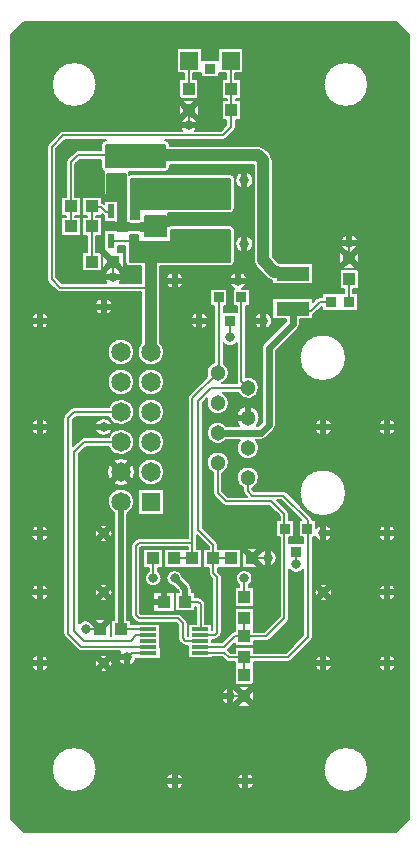
<source format=gbr>
G04 DesignSpark PCB PRO Gerber Version 10.0 Build 5299*
G04 #@! TF.Part,Single*
G04 #@! TF.FileFunction,Copper,L1,Top*
G04 #@! TF.FilePolarity,Positive*
%FSLAX35Y35*%
%MOIN*%
G04 #@! TA.AperFunction,SMDPad,CuDef*
%ADD84R,0.05512X0.01181*%
%ADD78R,0.02362X0.04724*%
%ADD81R,0.03150X0.04528*%
%ADD85R,0.03937X0.04291*%
%ADD79R,0.05500X0.06000*%
%ADD89R,0.03346X0.03346*%
%ADD87R,0.03543X0.03543*%
%ADD90R,0.03740X0.03740*%
%ADD86R,0.05906X0.05906*%
G04 #@! TA.AperFunction,ComponentPad*
%ADD76R,0.06496X0.06496*%
G04 #@! TD.AperFunction*
%ADD28C,0.00500*%
%ADD10C,0.00787*%
%ADD14C,0.01969*%
%ADD73C,0.02000*%
%ADD75C,0.02362*%
G04 #@! TA.AperFunction,ViaPad*
%ADD74C,0.03200*%
G04 #@! TD.AperFunction*
%ADD13C,0.03937*%
G04 #@! TA.AperFunction,ComponentPad*
%ADD83C,0.05130*%
%ADD77C,0.06496*%
G04 #@! TA.AperFunction,SMDPad,CuDef*
%ADD82R,0.04291X0.03937*%
%ADD88R,0.11063X0.04646*%
%ADD80R,0.18898X0.08858*%
G04 #@! TD.AperFunction*
X0Y0D02*
D02*
D10*
X6974Y268984D02*
Y7394D01*
X11331Y3037D01*
X135126D01*
X139482Y7394D01*
Y268984D01*
X135126Y273341D01*
X11331D01*
X6974Y268984D01*
X13542Y59449D02*
G75*
G02*
X19529I2994J0D01*
G01*
G75*
G02*
X13542I-2994J0D01*
G01*
Y83071D02*
G75*
G02*
X19529I2994J0D01*
G01*
G75*
G02*
X13542I-2994J0D01*
G01*
Y102756D02*
G75*
G02*
X19529I2994J0D01*
G01*
G75*
G02*
X13542I-2994J0D01*
G01*
Y138189D02*
G75*
G02*
X19529I2994J0D01*
G01*
G75*
G02*
X13542I-2994J0D01*
G01*
Y173622D02*
G75*
G02*
X19529I2994J0D01*
G01*
G75*
G02*
X13542I-2994J0D01*
G01*
X97315Y192815D02*
X107500D01*
Y185807D01*
X94075D01*
Y186824D01*
G75*
G02*
X92516Y187676I669J3078D01*
G01*
X88720Y191471D01*
G75*
G02*
X87795Y193701I2224J2230D01*
G01*
Y225591D01*
X59843D01*
Y224803D01*
G75*
G02*
X58268Y223228I-1575J0D01*
G01*
X46270D01*
Y222330D01*
G75*
G02*
X46850Y222441I581J-1464D01*
G01*
X79921D01*
G75*
G02*
X81496Y220866I0J-1575D01*
G01*
Y211024D01*
G75*
G02*
X79921Y209449I-1575J0D01*
G01*
X59262D01*
Y205174D01*
G75*
G02*
X59449Y205301I975J-1237D01*
G01*
Y205610D01*
X80709D01*
Y205301D01*
G75*
G02*
X81496Y203937I-787J-1364D01*
G01*
Y193307D01*
G75*
G02*
X79921Y191732I-1575J0D01*
G01*
X56693D01*
Y166303D01*
G75*
G02*
X57972Y163189I-3150J-3114D01*
G01*
G75*
G02*
X49114I-4429J0D01*
G01*
G75*
G02*
X50394Y166303I4430J0D01*
G01*
Y183071D01*
X23231D01*
G75*
G02*
X22115Y183532I-2J1575D01*
G01*
X19359Y186288D01*
G75*
G02*
X18898Y187402I1113J1114D01*
G01*
Y231496D01*
G75*
G02*
X19359Y232609I1575J0D01*
G01*
X23296Y236546D01*
G75*
G02*
X24412Y237008I1114J-1113D01*
G01*
X63886D01*
G75*
G02*
X63412Y240205I2256J1969D01*
G01*
X62780D01*
Y247283D01*
X69504D01*
Y240205D01*
X68872D01*
G75*
G02*
X68397Y237008I-2730J-1228D01*
G01*
X76907D01*
X78740Y238841D01*
Y240417D01*
X77165D01*
Y247071D01*
X78884D01*
Y247417D01*
X77165D01*
Y254071D01*
X78543D01*
Y256102D01*
X76181D01*
Y254724D01*
X70276D01*
Y256102D01*
X67717D01*
Y254071D01*
X69291D01*
Y247417D01*
X62992D01*
Y254071D01*
X64567D01*
Y256102D01*
X62205D01*
Y264370D01*
X70472D01*
Y260630D01*
X75984D01*
Y264370D01*
X84252D01*
Y256102D01*
X81693D01*
Y254071D01*
X83465D01*
Y247417D01*
X81746D01*
Y247071D01*
X83465D01*
Y240417D01*
X81890D01*
Y238189D01*
G75*
G02*
X81428Y237076I-1575J0D01*
G01*
X78672Y234320D01*
G75*
G02*
X77557Y233858I-1114J1113D01*
G01*
X58268D01*
G75*
G02*
X59843Y232283I0J-1575D01*
G01*
Y231890D01*
X89366D01*
G75*
G02*
X91597Y230967I4J-3150D01*
G01*
X93172Y229393D01*
G75*
G02*
X94094Y227165I-2227J-2227D01*
G01*
G75*
G02*
Y227164I-1327J0D01*
G01*
G75*
G02*
Y227161I-1195J-2D01*
G01*
Y195006D01*
X96173Y192926D01*
X97315Y192815D01*
X116535Y190772D02*
X122835D01*
Y184118D01*
X121063D01*
Y182972D01*
X122539D01*
Y176870D01*
X110531D01*
Y178346D01*
X110495D01*
X108062Y175914D01*
G75*
G02*
X107500Y175552I-1114J1113D01*
G01*
Y174114D01*
X103150D01*
Y172441D01*
G75*
G02*
X102457Y170770I-2362J0D01*
G01*
X95276Y163589D01*
Y138976D01*
G75*
G02*
X94583Y137305I-2362J0D01*
G01*
X91868Y134591D01*
G75*
G02*
X90197Y133898I-1671J1669D01*
G01*
X88487D01*
G75*
G02*
X89573Y131260I-2660J-2638D01*
G01*
G75*
G02*
X82081I-3746J0D01*
G01*
G75*
G02*
X83167Y133898I3746J0D01*
G01*
X78734D01*
G75*
G02*
X72081Y136260I-2907J2362D01*
G01*
G75*
G02*
X78734Y138622I3746J0D01*
G01*
X82875D01*
G75*
G02*
X81868Y141260I2952J2637D01*
G01*
G75*
G02*
X89785I3959J0D01*
G01*
G75*
G02*
X88779Y138622I-3959J0D01*
G01*
X89219D01*
X90551Y139955D01*
Y164567D01*
G75*
G02*
X91244Y166238I2362J0D01*
G01*
X98425Y173419D01*
Y174114D01*
X94075D01*
Y181122D01*
X107500D01*
Y179806D01*
X108729Y181035D01*
G75*
G02*
X109845Y181496I1114J-1113D01*
G01*
X110531D01*
Y182972D01*
X117913D01*
Y184118D01*
X116535D01*
Y190772D01*
X103051Y116256D02*
G75*
G02*
X118602I7776J0D01*
G01*
G75*
G02*
X103051I-7776J0D01*
G01*
Y161264D02*
G75*
G02*
X118602I7776J0D01*
G01*
G75*
G02*
X103051I-7776J0D01*
G01*
X108030Y138189D02*
G75*
G02*
X114017I2994J0D01*
G01*
G75*
G02*
X108030I-2994J0D01*
G01*
X108563Y104461D02*
G75*
G02*
X114017Y102756I2461J-1705D01*
G01*
G75*
G02*
X108317Y101476I-2994J0D01*
G01*
X107480D01*
Y68110D01*
G75*
G02*
X107018Y66995I-1575J0D01*
G01*
X100351Y60329D01*
G75*
G02*
X99236Y59866I-1115J1112D01*
G01*
X87795D01*
Y52122D01*
X81496D01*
Y59843D01*
X79530D01*
G75*
G02*
X78414Y60304I-2J1575D01*
G01*
X77320Y61397D01*
X73941D01*
Y61201D01*
X66067D01*
Y65334D01*
X64983D01*
G75*
G02*
X63867Y65796I-2J1575D01*
G01*
X63060Y66603D01*
G75*
G02*
X62598Y67717I1113J1114D01*
G01*
Y72182D01*
X61946Y72835D01*
X49609D01*
G75*
G02*
X48493Y73296I-2J1575D01*
G01*
X47312Y74477D01*
G75*
G02*
X46850Y75591I1113J1114D01*
G01*
Y98425D01*
G75*
G02*
X47312Y99539I1575J0D01*
G01*
X48493Y100720D01*
G75*
G02*
X49609Y101181I1114J-1113D01*
G01*
X65791D01*
Y147799D01*
G75*
G02*
X66253Y148913I1575J0D01*
G01*
X72310Y154970D01*
G75*
G02*
X74606Y159802I3517J1290D01*
G01*
Y178642D01*
X73327D01*
Y184350D01*
X79035D01*
Y178642D01*
X77756D01*
Y176689D01*
X82087D01*
Y178642D01*
X80807D01*
Y184350D01*
X81299D01*
G75*
G02*
X79683Y187008I1378J2657D01*
G01*
G75*
G02*
X85671I2994J0D01*
G01*
G75*
G02*
X84056Y184350I-2994J0D01*
G01*
X86516D01*
Y178642D01*
X85236D01*
Y154959D01*
G75*
G02*
X89573Y151260I591J-3699D01*
G01*
G75*
G02*
X82465Y149606I-3746J0D01*
G01*
X77510D01*
G75*
G02*
X79573Y146260I-1683J-3346D01*
G01*
G75*
G02*
X72081I-3746J0D01*
G01*
G75*
G02*
X72369Y147701I3746J0D01*
G01*
X70866Y146198D01*
Y104589D01*
X75480Y99976D01*
G75*
G02*
X75941Y98862I-1113J-1114D01*
G01*
Y97638D01*
X83685D01*
Y91339D01*
X75984D01*
Y90022D01*
X76704Y89302D01*
G75*
G02*
X77165Y88189I-1113J-1114D01*
G01*
Y69685D01*
G75*
G02*
X76704Y68572I-1575J0D01*
G01*
X75896Y67764D01*
G75*
G02*
X74781Y67303I-1114J1113D01*
G01*
X73941D01*
Y66515D01*
X77280D01*
X80383Y69617D01*
G75*
G02*
X81496Y70079I1114J-1113D01*
G01*
Y77760D01*
X87795D01*
Y70016D01*
X91410D01*
X96457Y75062D01*
Y101476D01*
X95374D01*
Y107185D01*
X96457D01*
Y108403D01*
X93048Y111811D01*
X78743D01*
G75*
G02*
X77627Y112272I-2J1575D01*
G01*
X74713Y115186D01*
G75*
G02*
X74252Y116299I1113J1114D01*
G01*
Y122861D01*
G75*
G02*
X72081Y126260I1575J3399D01*
G01*
G75*
G02*
X79573I3746J0D01*
G01*
G75*
G02*
X77402Y122861I-3746J0D01*
G01*
Y116952D01*
X79393Y114961D01*
X85568D01*
X84713Y115816D01*
G75*
G02*
X84252Y116929I1113J1114D01*
G01*
Y117861D01*
G75*
G02*
X82081Y121260I1575J3399D01*
G01*
G75*
G02*
X89573I3746J0D01*
G01*
G75*
G02*
X87402Y117861I-3746J0D01*
G01*
Y117581D01*
X88054Y116929D01*
X97635D01*
G75*
G02*
X98751Y116468I2J-1575D01*
G01*
X107019Y108200D01*
G75*
G02*
X107477Y107185I-1113J-1114D01*
G01*
X108563D01*
Y104461D01*
X108030Y59449D02*
G75*
G02*
X114017I2994J0D01*
G01*
G75*
G02*
X108030I-2994J0D01*
G01*
X111024Y24016D02*
G75*
G02*
X125984I7480J0D01*
G01*
G75*
G02*
X111024I-7480J0D01*
G01*
X108030Y83071D02*
G75*
G02*
X114017I2994J0D01*
G01*
G75*
G02*
X108030I-2994J0D01*
G01*
X81283Y51988D02*
X88008D01*
Y44909D01*
X81283D01*
Y45759D01*
G75*
G02*
X76928Y48425I-1362J2666D01*
G01*
G75*
G02*
X81283Y51091I2994J0D01*
G01*
Y51988D01*
X82046Y20079D02*
G75*
G02*
X88033I2994J0D01*
G01*
G75*
G02*
X82046I-2994J0D01*
G01*
X58424D02*
G75*
G02*
X64411I2994J0D01*
G01*
G75*
G02*
X58424I-2994J0D01*
G01*
X86220Y84760D02*
X87795D01*
Y78106D01*
X81496D01*
Y84760D01*
X83071D01*
Y85503D01*
G75*
G02*
X81865Y87795I1575J2292D01*
G01*
G75*
G02*
X87427I2781J0D01*
G01*
G75*
G02*
X86220Y85503I-2781J0D01*
G01*
Y84760D01*
X90898Y97004D02*
G75*
G02*
X95513Y94488I1622J-2516D01*
G01*
G75*
G02*
X90898Y91972I-2994J0D01*
G01*
Y91126D01*
X83819D01*
Y97850D01*
X90898D01*
Y97004D01*
X87951Y173622D02*
G75*
G02*
X93939I2994J0D01*
G01*
G75*
G02*
X87951I-2994J0D01*
G01*
X81652Y199213D02*
G75*
G02*
X87639I2994J0D01*
G01*
G75*
G02*
X81652I-2994J0D01*
G01*
Y220472D02*
G75*
G02*
X87639I2994J0D01*
G01*
G75*
G02*
X81652I-2994J0D01*
G01*
X58424Y187008D02*
G75*
G02*
X64411I2994J0D01*
G01*
G75*
G02*
X58424I-2994J0D01*
G01*
X66691Y173622D02*
G75*
G02*
X72679I2994J0D01*
G01*
G75*
G02*
X66691I-2994J0D01*
G01*
X56618Y64957D02*
X56831D01*
Y60988D01*
X48632D01*
G75*
G02*
X42676Y61417I-2963J429D01*
G01*
G75*
G02*
X43396Y63366I2994J0D01*
G01*
X36952D01*
G75*
G02*
X36682Y63386I-19J1574D01*
G01*
X30317D01*
G75*
G02*
X29202Y63847I-2J1575D01*
G01*
X24871Y68178D01*
G75*
G02*
X24409Y69291I1113J1114D01*
G01*
Y141339D01*
G75*
G02*
X24871Y142452I1575J0D01*
G01*
X26721Y144302D01*
G75*
G02*
X27837Y144764I1114J-1113D01*
G01*
X39404D01*
G75*
G02*
X47972Y143189I4140J-1575D01*
G01*
G75*
G02*
X39404Y141614I-4429J0D01*
G01*
X28487D01*
X27559Y140686D01*
Y131755D01*
X30107Y134302D01*
G75*
G02*
X31223Y134764I1114J-1113D01*
G01*
X39404D01*
G75*
G02*
X47972Y133189I4140J-1575D01*
G01*
G75*
G02*
X39404Y131614I-4429J0D01*
G01*
X31873D01*
X29528Y129269D01*
Y72705D01*
G75*
G02*
X33118Y73596I2362J-1839D01*
G01*
Y74209D01*
X40197D01*
Y68484D01*
X40331D01*
Y73996D01*
X41378D01*
Y109325D01*
G75*
G02*
X39114Y113189I2165J3864D01*
G01*
G75*
G02*
X47972I4429J0D01*
G01*
G75*
G02*
X45709Y109325I-4429J0D01*
G01*
Y73996D01*
X46984D01*
Y72421D01*
X48744D01*
Y72618D01*
X56618D01*
Y64957D01*
X34802Y138189D02*
G75*
G02*
X40789I2994J0D01*
G01*
G75*
G02*
X34802I-2994J0D01*
G01*
Y83071D02*
G75*
G02*
X40789I2994J0D01*
G01*
G75*
G02*
X34802I-2994J0D01*
G01*
Y102756D02*
G75*
G02*
X40789I2994J0D01*
G01*
G75*
G02*
X34802I-2994J0D01*
G01*
X38902Y123189D02*
G75*
G02*
X48185I4642J0D01*
G01*
G75*
G02*
X38902I-4642J0D01*
G01*
X34802Y59449D02*
G75*
G02*
X40789I2994J0D01*
G01*
G75*
G02*
X34802I-2994J0D01*
G01*
Y178346D02*
G75*
G02*
X40789I2994J0D01*
G01*
G75*
G02*
X34802I-2994J0D01*
G01*
X39114Y153189D02*
G75*
G02*
X47972I4429J0D01*
G01*
G75*
G02*
X39114I-4429J0D01*
G01*
Y163189D02*
G75*
G02*
X47972I4429J0D01*
G01*
G75*
G02*
X39114I-4429J0D01*
G01*
X49114Y117618D02*
X57972D01*
Y108760D01*
X49114D01*
Y117618D01*
Y123189D02*
G75*
G02*
X57972I4429J0D01*
G01*
G75*
G02*
X49114I-4429J0D01*
G01*
Y133189D02*
G75*
G02*
X57972I4429J0D01*
G01*
G75*
G02*
X49114I-4429J0D01*
G01*
Y143189D02*
G75*
G02*
X57972I4429J0D01*
G01*
G75*
G02*
X49114I-4429J0D01*
G01*
Y153189D02*
G75*
G02*
X57972I4429J0D01*
G01*
G75*
G02*
X49114I-4429J0D01*
G01*
X20472Y24016D02*
G75*
G02*
X35433I7480J0D01*
G01*
G75*
G02*
X20472I-7480J0D01*
G01*
Y252362D02*
G75*
G02*
X35433I7480J0D01*
G01*
G75*
G02*
X20472I-7480J0D01*
G01*
X111024D02*
G75*
G02*
X125984I7480J0D01*
G01*
G75*
G02*
X111024I-7480J0D01*
G01*
X122201Y197984D02*
X123047D01*
Y190906D01*
X116323D01*
Y197984D01*
X117169D01*
G75*
G02*
X116691Y199606I2516J1622D01*
G01*
G75*
G02*
X122679I2994J0D01*
G01*
G75*
G02*
X122201Y197984I-2994J0D01*
G01*
X129290Y59449D02*
G75*
G02*
X135277I2994J0D01*
G01*
G75*
G02*
X129290I-2994J0D01*
G01*
Y83071D02*
G75*
G02*
X135277I2994J0D01*
G01*
G75*
G02*
X129290I-2994J0D01*
G01*
Y102756D02*
G75*
G02*
X135277I2994J0D01*
G01*
G75*
G02*
X129290I-2994J0D01*
G01*
Y138189D02*
G75*
G02*
X135277I2994J0D01*
G01*
G75*
G02*
X129290I-2994J0D01*
G01*
X7368Y20079D02*
G36*
X7368Y20079D02*
Y7000D01*
X10937Y3431D01*
X135519D01*
X139089Y7000D01*
Y20079D01*
X124864D01*
G75*
G02*
X112144I-6360J3937D01*
G01*
X88033D01*
G75*
G02*
X82046I-2994J0D01*
G01*
X64411D01*
G75*
G02*
X58424I-2994J0D01*
G01*
X34313D01*
G75*
G02*
X21593I-6360J3937D01*
G01*
X7368D01*
G37*
Y24016D02*
G36*
X7368Y24016D02*
Y20079D01*
X21593D01*
G75*
G02*
X20472Y24016I6361J3937D01*
G01*
X7368D01*
G37*
X35433D02*
G36*
X35433Y24016D02*
G75*
G02*
X34313Y20079I-7481J0D01*
G01*
X58424D01*
G75*
G02*
X64411I2994J0D01*
G01*
X82046D01*
G75*
G02*
X88033I2994J0D01*
G01*
X112144D01*
G75*
G02*
X111024Y24016I6361J3937D01*
G01*
X35433D01*
G37*
X125984D02*
G36*
X125984Y24016D02*
G75*
G02*
X124864Y20079I-7481J0D01*
G01*
X139089D01*
Y24016D01*
X125984D01*
G37*
X7368Y48449D02*
G36*
X7368Y48449D02*
Y24016D01*
X20472D01*
G75*
G02*
X35433I7480J0D01*
G01*
X111024D01*
G75*
G02*
X125984I7480J0D01*
G01*
X139089D01*
Y48449D01*
X88008D01*
Y44909D01*
X81283D01*
Y45759D01*
G75*
G02*
X76928Y48425I-1362J2666D01*
G01*
G75*
G02*
Y48449I3001J12D01*
G01*
X7368D01*
G37*
Y59449D02*
G36*
X7368Y59449D02*
Y48449D01*
X76928D01*
G75*
G02*
X81283Y51091I2994J-24D01*
G01*
Y51988D01*
X88008D01*
Y48449D01*
X139089D01*
Y59449D01*
X135277D01*
G75*
G02*
X129290I-2994J0D01*
G01*
X114017D01*
G75*
G02*
X108030I-2994J0D01*
G01*
X87795D01*
Y52122D01*
X81496D01*
Y59449D01*
X47924D01*
G75*
G02*
X43414I-2255J1969D01*
G01*
X40789D01*
G75*
G02*
X34802I-2994J0D01*
G01*
X19529D01*
G75*
G02*
X13542I-2994J0D01*
G01*
X7368D01*
G37*
Y83071D02*
G36*
X7368Y83071D02*
Y59449D01*
X13542D01*
G75*
G02*
X19529I2994J0D01*
G01*
X34802D01*
G75*
G02*
X40789I2994J0D01*
G01*
X43414D01*
G75*
G02*
X42676Y61417I2256J1969D01*
G01*
Y61418D01*
G75*
G02*
X43396Y63366I2993J0D01*
G01*
X36952D01*
G75*
G02*
X36682Y63386I-17J1596D01*
G01*
X30317D01*
G75*
G02*
X29202Y63847I-2J1576D01*
G01*
X24871Y68178D01*
G75*
G02*
X24409Y69291I1114J1114D01*
G01*
Y83071D01*
X19529D01*
G75*
G02*
X13542I-2994J0D01*
G01*
X7368D01*
G37*
X29528D02*
G36*
X29528Y83071D02*
Y72705D01*
G75*
G02*
X33118Y73596I2362J-1839D01*
G01*
Y74209D01*
X40197D01*
Y68484D01*
X40331D01*
Y73996D01*
X41378D01*
Y83071D01*
X40789D01*
G75*
G02*
X34802I-2994J0D01*
G01*
X29528D01*
G37*
X45709D02*
G36*
X45709Y83071D02*
Y73996D01*
X46984D01*
Y72421D01*
X48744D01*
Y72618D01*
X56618D01*
Y64957D01*
X56831D01*
Y60988D01*
X48632D01*
G75*
G02*
X47924Y59449I-2963J430D01*
G01*
X81496D01*
Y59843D01*
X79530D01*
G75*
G02*
X78414Y60304I-2J1576D01*
G01*
X77320Y61397D01*
X73941D01*
Y61201D01*
X66067D01*
Y65334D01*
X64983D01*
G75*
G02*
X63867Y65796I-2J1576D01*
G01*
X63060Y66603D01*
G75*
G02*
X62598Y67717I1114J1114D01*
G01*
Y72182D01*
X61946Y72835D01*
X49609D01*
G75*
G02*
X48493Y73296I-2J1576D01*
G01*
X47312Y74477D01*
G75*
G02*
X46850Y75591I1114J1114D01*
G01*
Y83071D01*
X45709D01*
G37*
X73941Y67303D02*
G36*
X73941Y67303D02*
Y66515D01*
X77280D01*
X80383Y69617D01*
G75*
G02*
X81496Y70079I1114J-1114D01*
G01*
Y77760D01*
X87795D01*
Y70016D01*
X91410D01*
X96457Y75062D01*
Y83071D01*
X87795D01*
Y78106D01*
X81496D01*
Y83071D01*
X77165D01*
Y69685D01*
G75*
G02*
X76704Y68572I-1575J0D01*
G01*
X75896Y67764D01*
G75*
G02*
X74781Y67303I-1114J1115D01*
G01*
X73941D01*
G37*
X87795Y59866D02*
G36*
X87795Y59866D02*
Y59449D01*
X108030D01*
G75*
G02*
X114017I2994J0D01*
G01*
X129290D01*
G75*
G02*
X135277I2994J0D01*
G01*
X139089D01*
Y83071D01*
X135277D01*
G75*
G02*
X129290I-2994J0D01*
G01*
X114017D01*
G75*
G02*
X108030I-2994J0D01*
G01*
X107480D01*
Y68110D01*
G75*
G02*
Y68109I-1805J0D01*
G01*
G75*
G02*
X107018Y66995I-1573J0D01*
G01*
X100351Y60329D01*
G75*
G02*
X99236Y59866I-1114J1111D01*
G01*
X87795D01*
G37*
X7368Y94488D02*
G36*
X7368Y94488D02*
Y83071D01*
X13542D01*
G75*
G02*
X19529I2994J0D01*
G01*
X24409D01*
Y94488D01*
X7368D01*
G37*
X29528D02*
G36*
X29528Y94488D02*
Y83071D01*
X34802D01*
G75*
G02*
X40789I2994J0D01*
G01*
X41378D01*
Y94488D01*
X29528D01*
G37*
X45709D02*
G36*
X45709Y94488D02*
Y83071D01*
X46850D01*
Y94488D01*
X45709D01*
G37*
X75984Y91339D02*
G36*
X75984Y91339D02*
Y90022D01*
X76704Y89302D01*
G75*
G02*
X77165Y88189I-1114J-1114D01*
G01*
Y83071D01*
X81496D01*
Y84760D01*
X83071D01*
Y85503D01*
G75*
G02*
X81865Y87795I1576J2293D01*
G01*
G75*
G02*
X87427I2781J0D01*
G01*
G75*
G02*
X86220Y85503I-2782J1D01*
G01*
Y84760D01*
X87795D01*
Y83071D01*
X96457D01*
Y94488D01*
X95513D01*
G75*
G02*
X90898Y91972I-2994J0D01*
G01*
Y91126D01*
X83819D01*
Y94488D01*
X83685D01*
Y91339D01*
X75984D01*
G37*
X107480Y94488D02*
G36*
X107480Y94488D02*
Y83071D01*
X108030D01*
G75*
G02*
X114017I2994J0D01*
G01*
X129290D01*
G75*
G02*
X135277I2994J0D01*
G01*
X139089D01*
Y94488D01*
X107480D01*
G37*
X7368Y102756D02*
G36*
X7368Y102756D02*
Y94488D01*
X24409D01*
Y102756D01*
X19529D01*
G75*
G02*
X13542I-2994J0D01*
G01*
X7368D01*
G37*
X29528D02*
G36*
X29528Y102756D02*
Y94488D01*
X41378D01*
Y102756D01*
X40789D01*
G75*
G02*
X34802I-2994J0D01*
G01*
X29528D01*
G37*
X45709D02*
G36*
X45709Y102756D02*
Y94488D01*
X46850D01*
Y98425D01*
G75*
G02*
X47312Y99539I1575J0D01*
G01*
X48493Y100720D01*
G75*
G02*
X49609Y101181I1114J-1115D01*
G01*
X65791D01*
Y102756D01*
X45709D01*
G37*
X72700D02*
G36*
X72700Y102756D02*
X75480Y99976D01*
G75*
G02*
X75941Y98862I-1114J-1114D01*
G01*
Y97638D01*
X83685D01*
Y94488D01*
X83819D01*
Y97850D01*
X90898D01*
Y97004D01*
G75*
G02*
X95513Y94488I1622J-2517D01*
G01*
X96457D01*
Y101476D01*
X95374D01*
Y102756D01*
X72700D01*
G37*
X107480Y101476D02*
G36*
X107480Y101476D02*
Y94488D01*
X139089D01*
Y102756D01*
X135277D01*
G75*
G02*
X129290I-2994J0D01*
G01*
X114017D01*
G75*
G02*
X108317Y101476I-2994J0D01*
G01*
X107480D01*
G37*
X7368Y116256D02*
G36*
X7368Y116256D02*
Y102756D01*
X13542D01*
G75*
G02*
X19529I2994J0D01*
G01*
X24409D01*
Y116256D01*
X7368D01*
G37*
X29528D02*
G36*
X29528Y116256D02*
Y102756D01*
X34802D01*
G75*
G02*
X40789I2994J0D01*
G01*
X41378D01*
Y109325D01*
G75*
G02*
X39114Y113189I2165J3863D01*
G01*
Y113189D01*
G75*
G02*
X40348Y116256I4429J0D01*
G01*
X29528D01*
G37*
X45709Y109325D02*
G36*
X45709Y109325D02*
Y102756D01*
X65791D01*
Y116256D01*
X57972D01*
Y108760D01*
X49114D01*
Y116256D01*
X46739D01*
G75*
G02*
X47972Y113189I-3196J-3067D01*
G01*
Y113189D01*
G75*
G02*
X45709Y109325I-4429J0D01*
G01*
G37*
X70866Y116256D02*
G36*
X70866Y116256D02*
Y104589D01*
X72700Y102756D01*
X95374D01*
Y107185D01*
X96457D01*
Y108403D01*
X93048Y111811D01*
X78743D01*
G75*
G02*
X77627Y112272I-2J1576D01*
G01*
X74713Y115186D01*
G75*
G02*
X74253Y116256I1114J1114D01*
G01*
X70866D01*
G37*
X78097D02*
G36*
X78097Y116256D02*
X79393Y114961D01*
X85568D01*
X84713Y115816D01*
G75*
G02*
X84403Y116256I1114J1114D01*
G01*
X78097D01*
G37*
X103051D02*
G36*
X103051Y116256D02*
X98963D01*
X107019Y108200D01*
G75*
G02*
X107477Y107185I-1111J-1113D01*
G01*
X108563D01*
Y104461D01*
G75*
G02*
X114017Y102756I2461J-1705D01*
G01*
Y102756D01*
X129290D01*
G75*
G02*
X135277I2994J0D01*
G01*
X139089D01*
Y116256D01*
X118602D01*
G75*
G02*
X103051I-7776J0D01*
G01*
G37*
X7368Y123189D02*
G36*
X7368Y123189D02*
Y116256D01*
X24409D01*
Y123189D01*
X7368D01*
G37*
X29528D02*
G36*
X29528Y123189D02*
Y116256D01*
X40348D01*
G75*
G02*
X46739I3196J-3067D01*
G01*
X49114D01*
Y117618D01*
X57972D01*
Y116256D01*
X65791D01*
Y123189D01*
X57972D01*
G75*
G02*
X49114I-4429J0D01*
G01*
X48185D01*
G75*
G02*
X38902I-4642J0D01*
G01*
X29528D01*
G37*
X70866D02*
G36*
X70866Y123189D02*
Y116256D01*
X74253D01*
G75*
G02*
X74252Y116299I1575J50D01*
G01*
Y122861D01*
G75*
G02*
X73681Y123189I1574J3398D01*
G01*
X70866D01*
G37*
X77402Y122861D02*
G36*
X77402Y122861D02*
Y116952D01*
X78097Y116256D01*
X84403D01*
G75*
G02*
X84252Y116929I1424J673D01*
G01*
Y117861D01*
G75*
G02*
X82081Y121259I1574J3398D01*
G01*
Y121260D01*
G75*
G02*
X82616Y123189I3746J0D01*
G01*
X77972D01*
G75*
G02*
X77402Y122861I-2144J3070D01*
G01*
G37*
X87402Y117861D02*
G36*
X87402Y117861D02*
Y117581D01*
X88054Y116929D01*
X97635D01*
G75*
G02*
X98751Y116468I2J-1576D01*
G01*
X98963Y116256D01*
X103051D01*
G75*
G02*
X107307Y123189I7776J0D01*
G01*
X89038D01*
G75*
G02*
X89573Y121260I-3211J-1930D01*
G01*
Y121259D01*
G75*
G02*
X87402Y117861I-3745J0D01*
G01*
G37*
X114347Y123189D02*
G36*
X114347Y123189D02*
G75*
G02*
X118602Y116256I-3520J-6933D01*
G01*
X139089D01*
Y123189D01*
X114347D01*
G37*
X7368Y133189D02*
G36*
X7368Y133189D02*
Y123189D01*
X24409D01*
Y133189D01*
X7368D01*
G37*
X27559D02*
G36*
X27559Y133189D02*
Y131755D01*
X28994Y133189D01*
X27559D01*
G37*
X29528Y129269D02*
G36*
X29528Y129269D02*
Y123189D01*
X38902D01*
G75*
G02*
X48185I4642J0D01*
G01*
X49114D01*
G75*
G02*
X57972I4429J0D01*
G01*
X65791D01*
Y133189D01*
X57972D01*
G75*
G02*
X49114I-4429J0D01*
G01*
X47972D01*
G75*
G02*
X39404Y131614I-4429J0D01*
G01*
X31873D01*
X29528Y129269D01*
G37*
X70866Y133189D02*
G36*
X70866Y133189D02*
Y123189D01*
X73681D01*
G75*
G02*
X72081Y126259I2144J3070D01*
G01*
Y126260D01*
G75*
G02*
X79573I3746J0D01*
G01*
Y126259D01*
G75*
G02*
X77972Y123189I-3745J0D01*
G01*
X82616D01*
G75*
G02*
X89038I3211J-1929D01*
G01*
X107307D01*
G75*
G02*
X114347I3520J-6933D01*
G01*
X139089D01*
Y133189D01*
X89038D01*
G75*
G02*
X89573Y131260I-3212J-1930D01*
G01*
G75*
G02*
X82081I-3746J0D01*
G01*
G75*
G02*
X82616Y133189I3747J0D01*
G01*
X77972D01*
G75*
G02*
X73681I-2146J3071D01*
G01*
X70866D01*
G37*
X7368Y138189D02*
G36*
X7368Y138189D02*
Y133189D01*
X24409D01*
Y138189D01*
X19529D01*
G75*
G02*
X13542I-2994J0D01*
G01*
X7368D01*
G37*
X27559D02*
G36*
X27559Y138189D02*
Y133189D01*
X28994D01*
X30107Y134302D01*
G75*
G02*
X31223Y134764I1114J-1115D01*
G01*
X39404D01*
G75*
G02*
X47972Y133189I4140J-1575D01*
G01*
X49114D01*
G75*
G02*
X57972I4429J0D01*
G01*
X65791D01*
Y138189D01*
X40789D01*
G75*
G02*
X34802I-2994J0D01*
G01*
X27559D01*
G37*
X70866D02*
G36*
X70866Y138189D02*
Y133189D01*
X73681D01*
G75*
G02*
X72081Y136260I2146J3071D01*
G01*
G75*
G02*
X72616Y138189I3746J0D01*
G01*
X70866D01*
G37*
X78734Y133898D02*
G36*
X78734Y133898D02*
G75*
G02*
X77972Y133189I-2907J2362D01*
G01*
X82616D01*
G75*
G02*
X83167Y133898I3212J-1930D01*
G01*
X78734D01*
G37*
X88487D02*
G36*
X88487Y133898D02*
G75*
G02*
X89038Y133189I-2661J-2638D01*
G01*
X139089D01*
Y138189D01*
X135277D01*
G75*
G02*
X129290I-2994J0D01*
G01*
X114017D01*
G75*
G02*
X108030I-2994J0D01*
G01*
X95141D01*
G75*
G02*
X94583Y137305I-2224J786D01*
G01*
X91868Y134591D01*
G75*
G02*
X90197Y133898I-1672J1671D01*
G01*
X88487D01*
G37*
X7368Y143189D02*
G36*
X7368Y143189D02*
Y138189D01*
X13542D01*
G75*
G02*
X19529I2994J0D01*
G01*
X24409D01*
Y141339D01*
G75*
G02*
X24871Y142452I1575J0D01*
G01*
X25608Y143189D01*
X7368D01*
G37*
X27559Y140686D02*
G36*
X27559Y140686D02*
Y138189D01*
X34802D01*
G75*
G02*
X40789I2994J0D01*
G01*
X65791D01*
Y143189D01*
X57972D01*
G75*
G02*
X49114I-4429J0D01*
G01*
X47972D01*
G75*
G02*
X39404Y141614I-4429J0D01*
G01*
X28487D01*
X27559Y140686D01*
G37*
X70866Y143189D02*
G36*
X70866Y143189D02*
Y138189D01*
X72616D01*
G75*
G02*
X78734Y138622I3211J-1929D01*
G01*
X82875D01*
G75*
G02*
X81868Y141260I2952J2638D01*
G01*
G75*
G02*
X82370Y143189I3959J0D01*
G01*
X77972D01*
G75*
G02*
X73681I-2145J3071D01*
G01*
X70866D01*
G37*
X88779Y138622D02*
G36*
X88779Y138622D02*
X89219D01*
X90551Y139955D01*
Y143189D01*
X89283D01*
G75*
G02*
X89785Y141260I-3457J-1930D01*
G01*
G75*
G02*
X88779Y138622I-3959J0D01*
G01*
G37*
X95276Y143189D02*
G36*
X95276Y143189D02*
Y138976D01*
G75*
G02*
Y138975I-2707J0D01*
G01*
G75*
G02*
X95141Y138189I-2359J0D01*
G01*
X108030D01*
G75*
G02*
X114017I2994J0D01*
G01*
X129290D01*
G75*
G02*
X135277I2994J0D01*
G01*
X139089D01*
Y143189D01*
X95276D01*
G37*
X7368Y153189D02*
G36*
X7368Y153189D02*
Y143189D01*
X25608D01*
X26721Y144302D01*
G75*
G02*
X27837Y144764I1114J-1115D01*
G01*
X39404D01*
G75*
G02*
X47972Y143189I4140J-1575D01*
G01*
X49114D01*
G75*
G02*
X57972I4429J0D01*
G01*
X65791D01*
Y147799D01*
G75*
G02*
X66253Y148913I1575J0D01*
G01*
X70529Y153189D01*
X57972D01*
G75*
G02*
X49114I-4429J0D01*
G01*
X47972D01*
G75*
G02*
X39114I-4429J0D01*
G01*
X7368D01*
G37*
X70866Y146198D02*
G36*
X70866Y146198D02*
Y143189D01*
X73681D01*
G75*
G02*
X72081Y146260I2145J3071D01*
G01*
G75*
G02*
X72369Y147701I3752J-1D01*
G01*
X70866Y146198D01*
G37*
X79573Y146260D02*
G36*
X79573Y146260D02*
G75*
G02*
X77972Y143189I-3746J0D01*
G01*
X82370D01*
G75*
G02*
X89283I3457J-1929D01*
G01*
X90551D01*
Y153189D01*
X89038D01*
G75*
G02*
X89573Y151260I-3211J-1930D01*
G01*
Y151259D01*
G75*
G02*
X82465Y149606I-3746J0D01*
G01*
X77510D01*
G75*
G02*
X79573Y146260I-1684J-3347D01*
G01*
G37*
X95276Y153189D02*
G36*
X95276Y153189D02*
Y143189D01*
X139089D01*
Y153189D01*
X95276D01*
G37*
X7368Y161264D02*
G36*
X7368Y161264D02*
Y153189D01*
X39114D01*
G75*
G02*
X47972I4429J0D01*
G01*
X49114D01*
G75*
G02*
X57972I4429J0D01*
G01*
X70529D01*
X72310Y154970D01*
G75*
G02*
X72081Y156260I3517J1290D01*
G01*
G75*
G02*
X74606Y159802I3746J0D01*
G01*
Y161264D01*
X57532D01*
G75*
G02*
X49554I-3989J1925D01*
G01*
X47532D01*
G75*
G02*
X39554I-3989J1925D01*
G01*
X7368D01*
G37*
X85236D02*
G36*
X85236Y161264D02*
Y154959D01*
G75*
G02*
X89038Y153189I591J-3699D01*
G01*
X90551D01*
Y161264D01*
X85236D01*
G37*
X95276D02*
G36*
X95276Y161264D02*
Y153189D01*
X139089D01*
Y161264D01*
X118602D01*
G75*
G02*
X103051I-7776J0D01*
G01*
X95276D01*
G37*
X7368Y173622D02*
G36*
X7368Y173622D02*
Y161264D01*
X39554D01*
G75*
G02*
X39114Y163189I3989J1925D01*
G01*
G75*
G02*
X47972I4429J0D01*
G01*
G75*
G02*
X47532Y161264I-4429J0D01*
G01*
X49554D01*
G75*
G02*
X49114Y163189I3989J1925D01*
G01*
Y163189D01*
G75*
G02*
X50394Y166303I4428J0D01*
G01*
Y173622D01*
X19529D01*
G75*
G02*
X13542I-2994J0D01*
G01*
X7368D01*
G37*
X56693D02*
G36*
X56693Y173622D02*
Y166303D01*
G75*
G02*
X57972Y163189I-3149J-3114D01*
G01*
Y163189D01*
G75*
G02*
X57532Y161264I-4429J0D01*
G01*
X74606D01*
Y173622D01*
X72679D01*
G75*
G02*
X66691I-2994J0D01*
G01*
X56693D01*
G37*
X85236D02*
G36*
X85236Y173622D02*
Y161264D01*
X90551D01*
Y164567D01*
G75*
G02*
Y164568I2707J1D01*
G01*
G75*
G02*
X91244Y166238I2359J0D01*
G01*
X98425Y173419D01*
Y173622D01*
X93939D01*
G75*
G02*
X87951I-2994J0D01*
G01*
X85236D01*
G37*
X95276Y163589D02*
G36*
X95276Y163589D02*
Y161264D01*
X103051D01*
G75*
G02*
X118602I7776J0D01*
G01*
X139089D01*
Y173622D01*
X103150D01*
Y172441D01*
G75*
G02*
Y172440I-2707J0D01*
G01*
G75*
G02*
X102457Y170770I-2359J0D01*
G01*
X95276Y163589D01*
G37*
X7368Y178346D02*
G36*
X7368Y178346D02*
Y173622D01*
X13542D01*
G75*
G02*
X19529I2994J0D01*
G01*
X50394D01*
Y178346D01*
X40789D01*
G75*
G02*
X34802I-2994J0D01*
G01*
X7368D01*
G37*
X56693D02*
G36*
X56693Y178346D02*
Y173622D01*
X66691D01*
G75*
G02*
X72679I2994J0D01*
G01*
X74606D01*
Y178346D01*
X56693D01*
G37*
X77756D02*
G36*
X77756Y178346D02*
Y176689D01*
X82087D01*
Y178346D01*
X77756D01*
G37*
X85236D02*
G36*
X85236Y178346D02*
Y173622D01*
X87951D01*
G75*
G02*
X93939I2994J0D01*
G01*
X98425D01*
Y174114D01*
X94075D01*
Y178346D01*
X85236D01*
G37*
X103150Y174114D02*
G36*
X103150Y174114D02*
Y173622D01*
X139089D01*
Y178346D01*
X122539D01*
Y176870D01*
X110531D01*
Y178346D01*
X110495D01*
X108062Y175914D01*
G75*
G02*
X107500Y175552I-1117J1118D01*
G01*
Y174114D01*
X103150D01*
G37*
X7368Y187008D02*
G36*
X7368Y187008D02*
Y178346D01*
X34802D01*
G75*
G02*
X40789I2994J0D01*
G01*
X50394D01*
Y183071D01*
X23231D01*
G75*
G02*
X22115Y183532I-2J1576D01*
G01*
X19359Y186288D01*
G75*
G02*
X18948Y187008I1114J1114D01*
G01*
X7368D01*
G37*
X56693D02*
G36*
X56693Y187008D02*
Y178346D01*
X74606D01*
Y178642D01*
X73327D01*
Y184350D01*
X79035D01*
Y178642D01*
X77756D01*
Y178346D01*
X82087D01*
Y178642D01*
X80807D01*
Y184350D01*
X81299D01*
G75*
G02*
X79683Y187007I1378J2657D01*
G01*
Y187008D01*
X64411D01*
G75*
G02*
X58424I-2994J0D01*
G01*
X56693D01*
G37*
X85236Y178642D02*
G36*
X85236Y178642D02*
Y178346D01*
X94075D01*
Y181122D01*
X107500D01*
Y179806D01*
X108729Y181035D01*
G75*
G02*
X109845Y181496I1114J-1115D01*
G01*
X110531D01*
Y182972D01*
X117913D01*
Y184118D01*
X116535D01*
Y187008D01*
X107500D01*
Y185807D01*
X94075D01*
Y186824D01*
G75*
G02*
X93501Y187008I670J3080D01*
G01*
X85671D01*
Y187007D01*
G75*
G02*
X84056Y184350I-2993J0D01*
G01*
X86516D01*
Y178642D01*
X85236D01*
G37*
X121063Y184118D02*
G36*
X121063Y184118D02*
Y182972D01*
X122539D01*
Y178346D01*
X139089D01*
Y187008D01*
X122835D01*
Y184118D01*
X121063D01*
G37*
X7368Y199213D02*
G36*
X7368Y199213D02*
Y187008D01*
X18948D01*
G75*
G02*
X18898Y187402I1525J394D01*
G01*
Y199213D01*
X7368D01*
G37*
X56693Y191732D02*
G36*
X56693Y191732D02*
Y187008D01*
X58424D01*
G75*
G02*
X64411I2994J0D01*
G01*
X79683D01*
G75*
G02*
X85671I2994J0D01*
G01*
X93501D01*
G75*
G02*
X92516Y187676I1244J2896D01*
G01*
X88720Y191471D01*
G75*
G02*
X87795Y193701I2226J2230D01*
G01*
Y199213D01*
X87639D01*
G75*
G02*
X81652I-2994J0D01*
G01*
X81496D01*
Y193307D01*
G75*
G02*
X79921Y191732I-1575J0D01*
G01*
X56693D01*
G37*
X94094Y199213D02*
G36*
X94094Y199213D02*
Y195006D01*
X96173Y192926D01*
X97315Y192815D01*
X107500D01*
Y187008D01*
X116535D01*
Y190772D01*
X122835D01*
Y187008D01*
X139089D01*
Y199213D01*
X122653D01*
G75*
G02*
X122201Y197984I-2972J396D01*
G01*
X123047D01*
Y190906D01*
X116323D01*
Y197984D01*
X117169D01*
G75*
G02*
X116717Y199213I2521J1624D01*
G01*
X94094D01*
G37*
X7368Y220472D02*
G36*
X7368Y220472D02*
Y199213D01*
X18898D01*
Y220472D01*
X7368D01*
G37*
X59262Y209449D02*
G36*
X59262Y209449D02*
Y205174D01*
G75*
G02*
X59449Y205301I956J-1208D01*
G01*
Y205610D01*
X80709D01*
Y205301D01*
G75*
G02*
X81496Y203937I-787J-1364D01*
G01*
Y199213D01*
X81652D01*
G75*
G02*
X87639I2994J0D01*
G01*
X87795D01*
Y220472D01*
X87639D01*
G75*
G02*
X81652I-2994J0D01*
G01*
X81496D01*
Y211024D01*
G75*
G02*
X79921Y209449I-1575J0D01*
G01*
X59262D01*
G37*
X94094Y220472D02*
G36*
X94094Y220472D02*
Y199213D01*
X116717D01*
G75*
G02*
X116691Y199606I2973J394D01*
G01*
G75*
G02*
X122679I2994J0D01*
G01*
G75*
G02*
X122653Y199213I-2999J0D01*
G01*
X139089D01*
Y220472D01*
X94094D01*
G37*
X7368Y252362D02*
G36*
X7368Y252362D02*
Y220472D01*
X18898D01*
Y231496D01*
G75*
G02*
X19359Y232609I1575J0D01*
G01*
X23296Y236546D01*
G75*
G02*
X24412Y237008I1114J-1115D01*
G01*
X63886D01*
G75*
G02*
X63148Y238976I2257J1968D01*
G01*
G75*
G02*
X63412Y240205I2994J0D01*
G01*
X62780D01*
Y247283D01*
X69504D01*
Y240205D01*
X68872D01*
G75*
G02*
X69135Y238976I-2731J-1228D01*
G01*
G75*
G02*
X68397Y237008I-2994J0D01*
G01*
X76907D01*
X78740Y238841D01*
Y240417D01*
X77165D01*
Y247071D01*
X78884D01*
Y247417D01*
X77165D01*
Y252362D01*
X69291D01*
Y247417D01*
X62992D01*
Y252362D01*
X35433D01*
G75*
G02*
X20472I-7480J0D01*
G01*
X7368D01*
G37*
X46270Y223228D02*
G36*
X46270Y223228D02*
Y222330D01*
G75*
G02*
X46850Y222441I580J-1460D01*
G01*
X79921D01*
G75*
G02*
X81496Y220866I0J-1575D01*
G01*
Y220472D01*
X81652D01*
G75*
G02*
X87639I2994J0D01*
G01*
X87795D01*
Y225591D01*
X59843D01*
Y224803D01*
G75*
G02*
X58268Y223228I-1575J0D01*
G01*
X46270D01*
G37*
X59843Y232283D02*
G36*
X59843Y232283D02*
Y231890D01*
X89366D01*
G75*
G02*
X91597Y230967I4J-3152D01*
G01*
X93172Y229393D01*
G75*
G02*
X94094Y227166I-2227J-2227D01*
G01*
Y227165D01*
Y227164D01*
Y227161D01*
Y220472D01*
X139089D01*
Y252362D01*
X125984D01*
G75*
G02*
X111024I-7480J0D01*
G01*
X83465D01*
Y247417D01*
X81746D01*
Y247071D01*
X83465D01*
Y240417D01*
X81890D01*
Y238189D01*
G75*
G02*
X81428Y237076I-1575J0D01*
G01*
X78672Y234320D01*
G75*
G02*
X77557Y233858I-1114J1115D01*
G01*
X58268D01*
G75*
G02*
X59843Y232283I0J-1575D01*
G01*
G37*
X7368Y269378D02*
G36*
X7368Y269378D02*
Y252362D01*
X20472D01*
G75*
G02*
X35433I7480J0D01*
G01*
X62992D01*
Y254071D01*
X64567D01*
Y256102D01*
X62205D01*
Y264370D01*
X70472D01*
Y260630D01*
X75984D01*
Y264370D01*
X84252D01*
Y256102D01*
X81693D01*
Y254071D01*
X83465D01*
Y252362D01*
X111024D01*
G75*
G02*
X125984I7480J0D01*
G01*
X139089D01*
Y269378D01*
X135519Y272947D01*
X10937D01*
X7368Y269378D01*
G37*
X67717Y256102D02*
G36*
X67717Y256102D02*
Y254071D01*
X69291D01*
Y252362D01*
X77165D01*
Y254071D01*
X78543D01*
Y256102D01*
X76181D01*
Y254724D01*
X70276D01*
Y256102D01*
X67717D01*
G37*
X22047Y230844D02*
Y188054D01*
X23881Y186220D01*
X38689D01*
G75*
G02*
X38520Y189945I2256J1969D01*
G01*
X37362D01*
Y196669D01*
X37992D01*
Y203740D01*
X42520D01*
Y206283D01*
X41520D01*
Y206496D01*
X37992D01*
Y208383D01*
G75*
G02*
X37469Y208729I591J1459D01*
G01*
X37142Y209056D01*
Y208661D01*
X35390D01*
Y208268D01*
X37142D01*
Y201969D01*
X35390D01*
Y196457D01*
X37228D01*
Y190157D01*
X30575D01*
Y196457D01*
X32240D01*
Y201969D01*
X30488D01*
Y208268D01*
X32240D01*
Y208661D01*
X30488D01*
Y214961D01*
X37142D01*
Y212987D01*
G75*
G02*
X37992Y212647I-134J-1569D01*
G01*
Y213583D01*
X38976D01*
Y215516D01*
X37982D01*
Y223347D01*
G75*
G02*
X37008Y224803I600J1456D01*
G01*
Y227335D01*
X29956D01*
X28346Y225726D01*
Y214961D01*
X30142D01*
Y208661D01*
X28346D01*
Y208268D01*
X30142D01*
Y201969D01*
X23488D01*
Y208268D01*
X25197D01*
Y208661D01*
X23488D01*
Y214961D01*
X25197D01*
Y226378D01*
G75*
G02*
X25658Y227491I1575J0D01*
G01*
X28190Y230023D01*
G75*
G02*
X29306Y230484I1114J-1113D01*
G01*
X37008D01*
Y232283D01*
G75*
G02*
X38583Y233858I1575J0D01*
G01*
X25062D01*
X22047Y230844D01*
G36*
X22047Y230844D02*
Y188054D01*
X23881Y186220D01*
X38689D01*
G75*
G02*
X38520Y189945I2256J1969D01*
G01*
X37362D01*
Y196669D01*
X37992D01*
Y203740D01*
X42520D01*
Y206283D01*
X41520D01*
Y206496D01*
X37992D01*
Y208383D01*
G75*
G02*
X37469Y208729I591J1459D01*
G01*
X37142Y209056D01*
Y208661D01*
X35390D01*
Y208268D01*
X37142D01*
Y201969D01*
X35390D01*
Y196457D01*
X37228D01*
Y190157D01*
X30575D01*
Y196457D01*
X32240D01*
Y201969D01*
X30488D01*
Y208268D01*
X32240D01*
Y208661D01*
X30488D01*
Y214961D01*
X37142D01*
Y212987D01*
G75*
G02*
X37992Y212647I-134J-1569D01*
G01*
Y213583D01*
X38976D01*
Y215516D01*
X37982D01*
Y223347D01*
G75*
G02*
X37008Y224803I600J1456D01*
G01*
Y227335D01*
X29956D01*
X28346Y225726D01*
Y214961D01*
X30142D01*
Y208661D01*
X28346D01*
Y208268D01*
X30142D01*
Y201969D01*
X23488D01*
Y208268D01*
X25197D01*
Y208661D01*
X23488D01*
Y214961D01*
X25197D01*
Y226378D01*
G75*
G02*
X25658Y227491I1575J0D01*
G01*
X28190Y230023D01*
G75*
G02*
X29306Y230484I1114J-1113D01*
G01*
X37008D01*
Y232283D01*
G75*
G02*
X38583Y233858I1575J0D01*
G01*
X25062D01*
X22047Y230844D01*
G37*
X33815Y205118D02*
Y193394D01*
X33902Y193307D01*
X33815Y211811D02*
Y205118D01*
Y211811D02*
Y211417D01*
X37008D01*
X38583Y209843D01*
X40157D01*
X40354Y210039D01*
X36657Y70846D02*
X31910D01*
X31890Y70866D01*
X38583Y232283D02*
Y224803D01*
X58268D01*
Y232283D01*
X38583D01*
G36*
X38583Y232283D02*
Y224803D01*
X58268D01*
Y232283D01*
X38583D01*
G37*
X38976Y222441D02*
Y213583D01*
X42717D01*
Y206496D01*
X42520D01*
Y203740D01*
X42717D01*
Y203543D01*
X45415D01*
G75*
G02*
X45472Y203592I1046J-1183D01*
G01*
Y203740D01*
X45694D01*
G75*
G02*
X46457Y203937I762J-1378D01*
G01*
X49213D01*
G75*
G02*
X49975Y203740I0J-1575D01*
G01*
X50197D01*
Y203592D01*
G75*
G02*
X50254Y203543I-989J-1231D01*
G01*
X51575D01*
Y201969D01*
X58661D01*
Y208661D01*
X51575D01*
Y206299D01*
X50648D01*
G75*
G02*
X49606Y205906I-1042J1181D01*
G01*
X46850D01*
G75*
G02*
X45809Y206299I0J1575D01*
G01*
X45276D01*
Y222441D01*
X38976D01*
G36*
X38976Y222441D02*
Y213583D01*
X42717D01*
Y206496D01*
X42520D01*
Y203740D01*
X42717D01*
Y203543D01*
X45415D01*
G75*
G02*
X45472Y203592I1046J-1183D01*
G01*
Y203740D01*
X45694D01*
G75*
G02*
X46457Y203937I762J-1378D01*
G01*
X49213D01*
G75*
G02*
X49975Y203740I0J-1575D01*
G01*
X50197D01*
Y203592D01*
G75*
G02*
X50254Y203543I-989J-1231D01*
G01*
X51575D01*
Y201969D01*
X58661D01*
Y208661D01*
X51575D01*
Y206299D01*
X50648D01*
G75*
G02*
X49606Y205906I-1042J1181D01*
G01*
X46850D01*
G75*
G02*
X45809Y206299I0J1575D01*
G01*
X45276D01*
Y222441D01*
X38976D01*
G37*
X40354Y200197D02*
X47835D01*
X40945Y188189D02*
Y193264D01*
X40902Y193307D01*
X42126Y228909D02*
X29303D01*
X26772Y226378D01*
Y205161D01*
X26815Y205118D01*
X42717Y198622D02*
Y196669D01*
X44441D01*
Y189945D01*
X43370D01*
G75*
G02*
X43200Y186220I-2425J-1756D01*
G01*
X50394D01*
Y191732D01*
X46457D01*
G75*
G02*
X44882Y193307I0J1575D01*
G01*
Y198622D01*
X42717D01*
G36*
X42717Y198622D02*
Y196669D01*
X44441D01*
Y189945D01*
X43370D01*
G75*
G02*
X43200Y186220I-2425J-1756D01*
G01*
X50394D01*
Y191732D01*
X46457D01*
G75*
G02*
X44882Y193307I0J1575D01*
G01*
Y198622D01*
X42717D01*
G37*
X46850Y220866D02*
Y207480D01*
X49606D01*
Y211024D01*
X79921D01*
Y220866D01*
X46850D01*
G36*
X46850Y220866D02*
Y207480D01*
X49606D01*
Y211024D01*
X79921D01*
Y220866D01*
X46850D01*
G37*
X52681Y62972D02*
X47224D01*
X45669Y61417D01*
X52681Y64941D02*
X36933D01*
X36913Y64961D01*
X30315D01*
X25984Y69291D01*
Y141339D01*
X27835Y143189D01*
X43543D01*
X52681Y68878D02*
X48744D01*
X46776Y66909D01*
X31122D01*
X27953Y70079D01*
Y129921D01*
X31220Y133189D01*
X43543D01*
X52681Y70846D02*
X43657D01*
X52756Y79921D02*
X57917D01*
X54374Y94488D02*
Y87839D01*
X54331Y87795D01*
X61374Y94488D02*
X67366D01*
X64917Y79921D02*
X69291D01*
X70079Y79134D01*
Y70920D01*
X70004Y70846D01*
X66142Y243744D02*
Y238976D01*
Y250744D02*
Y260039D01*
X66339Y260236D01*
X67366Y94488D02*
Y99606D01*
Y147799D01*
X75827Y156260D01*
X68941Y102060D02*
Y97638D01*
X70693D01*
Y91339D01*
X58047D01*
Y97638D01*
X65791D01*
Y98031D01*
X50259D01*
X50000Y97773D01*
Y76243D01*
X50259Y75984D01*
X62596D01*
G75*
G02*
X63712Y75523I2J-1575D01*
G01*
X65287Y73948D01*
G75*
G02*
X65748Y72835I-1113J-1114D01*
G01*
Y68484D01*
X66067D01*
Y72618D01*
X68504D01*
Y78346D01*
X68244D01*
Y76772D01*
X61591D01*
Y83071D01*
X62752D01*
Y83398D01*
X61120Y85030D01*
G75*
G02*
X58636Y87795I297J2765D01*
G01*
G75*
G02*
X64183Y88093I2781J0D01*
G01*
X66448Y85826D01*
G75*
G02*
X67083Y84295I-1531J-1531D01*
G01*
Y83071D01*
X68244D01*
Y81496D01*
X69291D01*
G75*
G02*
X70407Y81032I0J-1575D01*
G01*
X71190Y80250D01*
G75*
G02*
X71654Y79134I-1111J-1116D01*
G01*
Y72618D01*
X73941D01*
Y70452D01*
X74016D01*
Y87537D01*
X73296Y88257D01*
G75*
G02*
X72835Y89370I1113J1114D01*
G01*
Y91339D01*
X71039D01*
Y97638D01*
X72791D01*
Y98210D01*
X68941Y102060D01*
X51047Y97638D02*
X57701D01*
Y91339D01*
X55949D01*
Y90057D01*
G75*
G02*
X57112Y87795I-1618J-2262D01*
G01*
G75*
G02*
X51550I-2781J0D01*
G01*
G75*
G02*
X52799Y90117I2781J0D01*
G01*
Y91339D01*
X51047D01*
Y97638D01*
X54378Y83283D02*
X61457D01*
Y76559D01*
X54378D01*
Y83283D01*
X50394Y79921D02*
G36*
X50394Y79921D02*
Y75984D01*
X62596D01*
G75*
G02*
X63712Y75523I2J-1576D01*
G01*
X65287Y73948D01*
G75*
G02*
X65748Y72835I-1114J-1114D01*
G01*
Y68878D01*
X66067D01*
Y72618D01*
X68504D01*
Y78346D01*
X68244D01*
Y76772D01*
X61591D01*
Y79921D01*
X61457D01*
Y76559D01*
X54378D01*
Y79921D01*
X50394D01*
G37*
X71654Y79134D02*
G36*
X71654Y79134D02*
Y72618D01*
X73622D01*
Y79921D01*
X71443D01*
G75*
G02*
X71654Y79134I-1363J-787D01*
G01*
Y79134D01*
G37*
X50394Y91326D02*
G36*
X50394Y91326D02*
Y79921D01*
X54378D01*
Y83283D01*
X61457D01*
Y79921D01*
X61591D01*
Y83071D01*
X62752D01*
Y83398D01*
X61120Y85030D01*
G75*
G02*
X58636Y87795I297J2765D01*
G01*
G75*
G02*
X64183Y88093I2781J0D01*
G01*
X66448Y85826D01*
G75*
G02*
X67083Y84295I-1532J-1531D01*
G01*
Y83071D01*
X68244D01*
Y81496D01*
X69291D01*
G75*
G02*
X70407Y81032I0J-1574D01*
G01*
X71190Y80250D01*
G75*
G02*
X71443Y79921I-1110J-1115D01*
G01*
X73622D01*
Y87931D01*
X73296Y88257D01*
G75*
G02*
X72835Y89370I1114J1114D01*
G01*
Y91326D01*
X55949D01*
Y90057D01*
G75*
G02*
X57112Y87795I-1619J-2262D01*
G01*
G75*
G02*
X51550I-2781J0D01*
G01*
G75*
G02*
X52799Y90117I2781J0D01*
G01*
Y91326D01*
X50394D01*
G37*
Y98031D02*
G36*
X50394Y98031D02*
Y91326D01*
X52799D01*
Y91339D01*
X51047D01*
Y97638D01*
X57701D01*
Y91339D01*
X55949D01*
Y91326D01*
X72835D01*
Y91339D01*
X71039D01*
Y97638D01*
X72791D01*
Y98210D01*
X69335Y101667D01*
X68941D01*
Y97638D01*
X70693D01*
Y91339D01*
X58047D01*
Y97638D01*
X65791D01*
Y98031D01*
X50394D01*
G37*
X70004Y62972D02*
X77973D01*
X79528Y61417D01*
X84275D01*
X84298Y61441D01*
X84646D01*
X70004Y64941D02*
X77933D01*
X81496Y68504D01*
X84189D01*
X84252Y68441D01*
X84646D01*
X70004Y66909D02*
X64981D01*
X64173Y67717D01*
Y72835D01*
X62598Y74409D01*
X49606D01*
X48425Y75591D01*
Y98425D01*
X49606Y99606D01*
X67366D01*
X70004Y68878D02*
X74783D01*
X75591Y69685D01*
Y88189D01*
X74409Y89370D01*
Y94445D01*
X74366Y94488D01*
Y98862D01*
X69291Y103937D01*
Y146850D01*
X73622Y151181D01*
X85512D01*
X85591Y151260D01*
X85827D01*
X74366Y94488D02*
X80358D01*
X75827Y126260D02*
Y116299D01*
X78740Y113386D01*
X93701D01*
X98031Y109055D01*
Y104528D01*
X98228Y104331D01*
X76181Y181496D02*
Y156614D01*
X75827Y156260D01*
X77756Y159471D02*
G75*
G02*
X77152Y152756I-1929J-3211D01*
G01*
X82236D01*
G75*
G02*
X82087Y153425I1426J669D01*
G01*
Y166043D01*
G75*
G02*
X77756I-2165J2067D01*
G01*
Y159471D01*
G36*
X77756Y159471D02*
G75*
G02*
X77152Y152756I-1929J-3211D01*
G01*
X82236D01*
G75*
G02*
X82087Y153425I1426J669D01*
G01*
Y166043D01*
G75*
G02*
X77756I-2165J2067D01*
G01*
Y159471D01*
G37*
X79921Y173622D02*
Y168110D01*
Y203937D02*
X60236D01*
Y200000D01*
X49213D01*
Y202362D01*
X46457D01*
Y193307D01*
X79921D01*
Y203937D01*
G36*
X79921Y203937D02*
X60236D01*
Y200000D01*
X49213D01*
Y202362D01*
X46457D01*
Y193307D01*
X79921D01*
Y203937D01*
G37*
X80118Y260236D02*
Y250941D01*
X80315Y250744D01*
Y243744D02*
Y238189D01*
X77559Y235433D01*
X24409D01*
X20472Y231496D01*
Y187402D01*
X23228Y184646D01*
X53543D01*
X83661Y181496D02*
Y153425D01*
X85827Y151260D01*
X84646Y48448D02*
X79944D01*
X79921Y48425D01*
X84646Y61441D02*
X99236D01*
X105906Y68110D01*
Y104134D01*
X105709Y104331D01*
X84646Y61441D02*
Y55448D01*
Y68441D02*
X92063D01*
X98031Y74409D01*
Y104134D01*
X98228Y104331D01*
X84646Y74433D02*
Y68441D01*
Y87795D02*
Y81433D01*
X85827Y121260D02*
Y116929D01*
X87402Y115354D01*
X97638D01*
X105906Y107087D01*
Y104528D01*
X105709Y104331D01*
X87358Y94488D02*
X92520D01*
X96985Y113780D02*
X95534D01*
X99145Y110169D01*
G75*
G02*
X99606Y109055I-1113J-1114D01*
G01*
Y107185D01*
X101083D01*
Y101476D01*
X99606D01*
Y99524D01*
X104331D01*
Y101476D01*
X102854D01*
Y107185D01*
X103580D01*
X96985Y113780D01*
G36*
X96985Y113780D02*
X95534D01*
X99145Y110169D01*
G75*
G02*
X99606Y109055I-1113J-1114D01*
G01*
Y107185D01*
X101083D01*
Y101476D01*
X99606D01*
Y99524D01*
X104331D01*
Y101476D01*
X102854D01*
Y107185D01*
X103580D01*
X96985Y113780D01*
G37*
X99606Y90681D02*
Y74409D01*
G75*
G02*
X99144Y73294I-1575J0D01*
G01*
X93178Y67329D01*
G75*
G02*
X92063Y66866I-1115J1112D01*
G01*
X87795D01*
Y65114D01*
X81496D01*
Y66277D01*
X79196Y63976D01*
X80180Y62992D01*
X81496D01*
Y64768D01*
X87795D01*
Y63016D01*
X98583D01*
X104331Y68763D01*
Y90681D01*
G75*
G02*
X99606I-2362J1839D01*
G01*
G36*
X99606Y90681D02*
Y74409D01*
G75*
G02*
X99144Y73294I-1575J0D01*
G01*
X93178Y67329D01*
G75*
G02*
X92063Y66866I-1115J1112D01*
G01*
X87795D01*
Y65114D01*
X81496D01*
Y66277D01*
X79196Y63976D01*
X80180Y62992D01*
X81496D01*
Y64768D01*
X87795D01*
Y63016D01*
X98583D01*
X104331Y68763D01*
Y90681D01*
G75*
G02*
X99606I-2362J1839D01*
G01*
G37*
X101969Y96457D02*
Y92520D01*
X113583Y179921D02*
X109843D01*
X106949Y177028D01*
X100787Y177618D01*
X119488Y179921D02*
Y187248D01*
X119685Y187445D01*
Y199606D02*
Y194445D01*
D02*
D13*
X53543Y163189D02*
Y184646D01*
Y194713D01*
X55118Y196287D01*
X100787Y189311D02*
X94744Y189902D01*
X90945Y193701D01*
Y227165D01*
X89370Y228740D01*
X55709D01*
X55512Y228937D01*
X55118D01*
D02*
D14*
X43543Y113189D02*
Y70960D01*
X43657Y70846D01*
X64917Y79921D02*
Y84295D01*
X61417Y87795D01*
D02*
D28*
X80315Y244744D02*
Y249744D01*
D02*
D73*
X15935Y59449D02*
X12935D01*
X15935Y83071D02*
X12935D01*
X15935Y102756D02*
X12935D01*
X15935Y138189D02*
X12935D01*
X15935Y173622D02*
X12935D01*
X16535Y58849D02*
Y55849D01*
Y60049D02*
Y63049D01*
Y82471D02*
Y79471D01*
Y83671D02*
Y86671D01*
Y102156D02*
Y99156D01*
Y103356D02*
Y106356D01*
Y137589D02*
Y134589D01*
Y138789D02*
Y141789D01*
Y173022D02*
Y170022D01*
Y174222D02*
Y177222D01*
X17135Y59449D02*
X20135D01*
X17135Y83071D02*
X20135D01*
X17135Y102756D02*
X20135D01*
X17135Y138189D02*
X20135D01*
X17135Y173622D02*
X20135D01*
X35396Y72107D02*
X32689Y74815D01*
X37195Y138189D02*
X34195D01*
X37195Y178346D02*
X34195D01*
X37371Y59024D02*
X35250Y56903D01*
X37371Y59873D02*
X35250Y61994D01*
X37371Y82646D02*
X35250Y80525D01*
X37371Y83495D02*
X35250Y85617D01*
X37371Y102331D02*
X35250Y100210D01*
X37371Y103180D02*
X35250Y105302D01*
X37795Y177746D02*
Y174746D01*
Y178946D02*
Y181946D01*
X37919Y72107D02*
X40626Y74815D01*
X38220Y59024D02*
X40341Y56903D01*
X38220Y59873D02*
X40341Y61994D01*
X38220Y82646D02*
X40341Y80525D01*
X38220Y83495D02*
X40341Y85617D01*
X38220Y102331D02*
X40341Y100210D01*
X38220Y103180D02*
X40341Y105302D01*
X38395Y138189D02*
X41395D01*
X38395Y178346D02*
X41395D01*
X39640Y192046D02*
X36933Y189339D01*
X39640Y194569D02*
X36933Y197276D01*
X40345Y188189D02*
X37345D01*
X41545D02*
X44545D01*
X41954Y121599D02*
X39832Y119478D01*
X41954Y124779D02*
X39832Y126900D01*
X42163Y192046D02*
X44870Y189339D01*
X45069Y61417D02*
X42069D01*
X45133Y121599D02*
X47254Y119478D01*
X45133Y124779D02*
X47254Y126900D01*
X45669Y60817D02*
Y57817D01*
X56772Y79921D02*
X53772D01*
X57917Y80890D02*
Y83890D01*
X60817Y20079D02*
X57817D01*
X60817Y187008D02*
X57817D01*
X61417Y19479D02*
Y16479D01*
Y20679D02*
Y23679D01*
Y186408D02*
Y183408D01*
Y187608D02*
Y190608D01*
X62017Y20079D02*
X65017D01*
X62017Y187008D02*
X65017D01*
X64880Y242483D02*
X62173Y239776D01*
X64880Y245006D02*
X62173Y247713D01*
X65542Y238976D02*
X62542D01*
X66742D02*
X69742D01*
X67403Y242483D02*
X70110Y239776D01*
X67403Y245006D02*
X70110Y247713D01*
X69085Y173622D02*
X66085D01*
X69685Y173022D02*
Y170022D01*
Y174222D02*
Y177222D01*
X70285Y173622D02*
X73285D01*
X79321Y48425D02*
X76321D01*
X79921Y47825D02*
Y44825D01*
Y49025D02*
Y52025D01*
X82077Y187008D02*
X79077D01*
X82677Y187608D02*
Y190608D01*
X83277Y187008D02*
X86277D01*
X83384Y47187D02*
X80677Y44480D01*
X83384Y49710D02*
X80677Y52417D01*
X84262Y141260D02*
X81262D01*
X84439Y20079D02*
X81439D01*
X84646Y198613D02*
Y195613D01*
Y199813D02*
Y202813D01*
Y219872D02*
Y216872D01*
Y221072D02*
Y224072D01*
X85039Y19479D02*
Y16479D01*
Y20679D02*
Y23679D01*
X85639Y20079D02*
X88639D01*
X85827Y142825D02*
Y145825D01*
X85907Y47187D02*
X88614Y44480D01*
X85907Y49710D02*
X88614Y52417D01*
X86097Y95750D02*
X83390Y98457D01*
X88620Y93227D02*
X91327Y90520D01*
X88620Y95750D02*
X91327Y98457D01*
X90345Y173622D02*
X87345D01*
X90945Y173022D02*
Y170022D01*
Y174222D02*
Y177222D01*
X92520Y93888D02*
Y90888D01*
Y95088D02*
Y98088D01*
X110424Y59449D02*
X107424D01*
X110424Y138189D02*
X107424D01*
X110599Y82646D02*
X108478Y80525D01*
X110599Y83495D02*
X108478Y85617D01*
X111024Y58849D02*
Y55849D01*
Y60049D02*
Y63049D01*
Y102156D02*
Y99156D01*
Y103356D02*
Y106356D01*
Y137589D02*
Y134589D01*
Y138789D02*
Y141789D01*
X111448Y82646D02*
X113569Y80525D01*
X111448Y83495D02*
X113569Y85617D01*
X111624Y59449D02*
X114624D01*
X111624Y102756D02*
X114624D01*
X111624Y138189D02*
X114624D01*
X118424Y193183D02*
X115717Y190476D01*
X118424Y195706D02*
X115717Y198413D01*
X119085Y199606D02*
X116085D01*
X119685Y200206D02*
Y203206D01*
X120285Y199606D02*
X123285D01*
X120946Y193183D02*
X123654Y190476D01*
X120946Y195706D02*
X123654Y198413D01*
X131683Y59449D02*
X128683D01*
X131683Y83071D02*
X128683D01*
X131683Y102756D02*
X128683D01*
X131683Y138189D02*
X128683D01*
X132283Y58849D02*
Y55849D01*
Y60049D02*
Y63049D01*
Y82471D02*
Y79471D01*
Y83671D02*
Y86671D01*
Y102156D02*
Y99156D01*
Y103356D02*
Y106356D01*
Y137589D02*
Y134589D01*
Y138789D02*
Y141789D01*
X132883Y59449D02*
X135883D01*
X132883Y83071D02*
X135883D01*
X132883Y102756D02*
X135883D01*
X132883Y138189D02*
X135883D01*
D02*
D74*
X16535Y59449D03*
Y83071D03*
Y102756D03*
Y138189D03*
Y173622D03*
X31890Y70866D03*
X37795Y59449D03*
Y83071D03*
Y102756D03*
Y138189D03*
Y178346D03*
X40945Y188189D03*
X45669Y61417D03*
X52756Y79921D03*
X54331Y87795D03*
X61417Y20079D03*
Y87795D03*
Y187008D03*
X66142Y238976D03*
X66535Y74803D03*
X69685Y173622D03*
X72047Y82677D03*
X79921Y48425D03*
Y168110D03*
X82677Y187008D03*
X84646Y87795D03*
Y199213D03*
Y220472D03*
X85039Y20079D03*
X90945Y173622D03*
X92520Y94488D03*
X101969Y92520D03*
X111024Y59449D03*
Y83071D03*
Y102756D03*
Y138189D03*
X119685Y199606D03*
X132283Y59449D03*
Y83071D03*
Y102756D03*
Y138189D03*
D02*
D75*
X75827Y136260D02*
X90197D01*
X92913Y138976D01*
Y164567D01*
X100787Y172441D01*
Y177618D01*
D02*
D76*
X53543Y113189D03*
D02*
D77*
X43543D03*
Y123189D03*
Y133189D03*
Y143189D03*
Y153189D03*
Y163189D03*
X53543Y123189D03*
Y133189D03*
Y143189D03*
Y153189D03*
Y163189D03*
D02*
D78*
X40354Y200197D03*
Y210039D03*
X44094D03*
X47835Y200197D03*
Y210039D03*
D02*
D79*
X42126Y219909D03*
Y228909D03*
X55118Y196287D03*
Y205287D03*
D02*
D80*
X70079Y200000D03*
Y215748D03*
D02*
D81*
X55118Y215157D03*
Y228937D03*
D02*
D82*
X26815Y205118D03*
Y211811D03*
X33815Y205118D03*
Y211811D03*
X33902Y193307D03*
X36657Y70846D03*
X40902Y193307D03*
X43657Y70846D03*
X54374Y94488D03*
X57917Y79921D03*
X61374Y94488D03*
X64917Y79921D03*
X67366Y94488D03*
X74366D03*
X80358D03*
X87358D03*
D02*
D83*
X75827Y126260D03*
Y136260D03*
Y146260D03*
Y156260D03*
X85827Y121260D03*
Y131260D03*
Y141260D03*
Y151260D03*
D02*
D84*
X52681Y62972D03*
Y64941D03*
Y66909D03*
Y68878D03*
Y70846D03*
X70004Y62972D03*
Y64941D03*
Y66909D03*
Y68878D03*
Y70846D03*
D02*
D85*
X66142Y243744D03*
Y250744D03*
X80315Y243744D03*
Y250744D03*
X84646Y48448D03*
Y55448D03*
Y61441D03*
Y68441D03*
Y74433D03*
Y81433D03*
X119685Y187445D03*
Y194445D03*
D02*
D86*
X66339Y260236D03*
X80118D03*
D02*
D87*
X73228Y257677D03*
D02*
D88*
X100787Y177618D03*
Y189311D03*
D02*
D89*
X76181Y181496D03*
X79921Y173622D03*
X83661Y181496D03*
X98228Y104331D03*
X101969Y96457D03*
X105709Y104331D03*
D02*
D90*
X113583Y179921D03*
X119488D03*
X0Y0D02*
M02*

</source>
